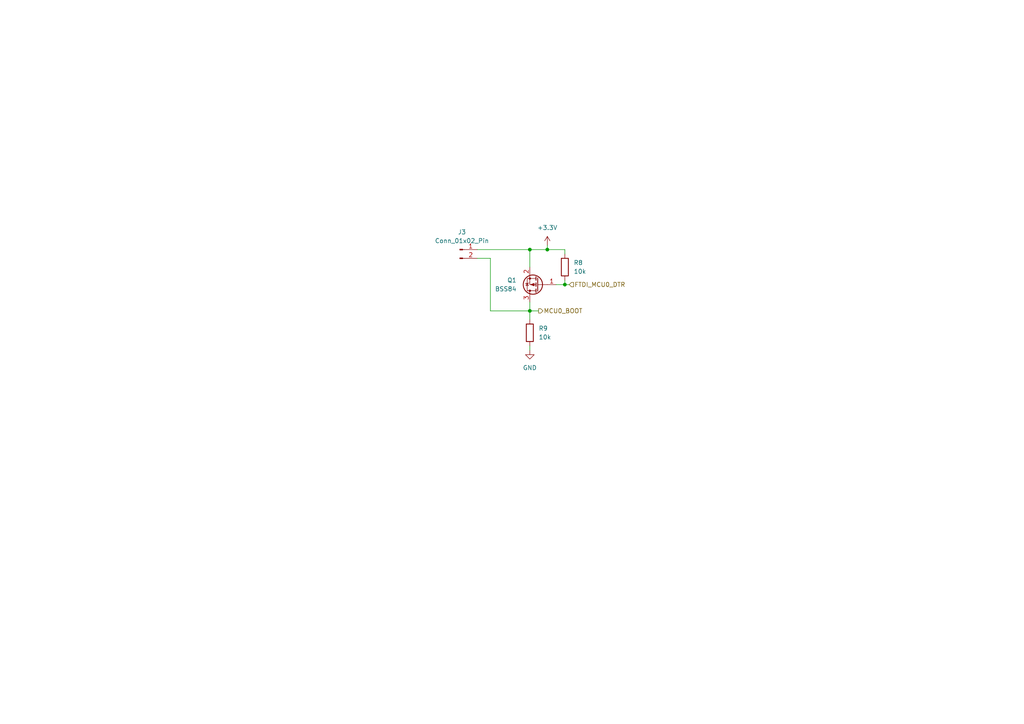
<source format=kicad_sch>
(kicad_sch (version 20230121) (generator eeschema)
  (paper "A4")
  (title_block (title "MCU0 external boot activation") (date "2023-12-29") (rev "V1.0") (company "Valais Wallis Racing Team") (comment 1 "Bétrisey Mattia"))
  (lib_symbols
    (symbol "Connector:Conn_01x02_Pin" (pin_names (offset 1.016) hide)
      (property "Reference" "J" (at 0 2.54 0))
      (property "Value" "Conn_01x02_Pin" (at 0 -5.08 0))
      (symbol "Conn_01x02_Pin_1_1"
        (polyline (pts (xy 1.27 -2.54) (xy 0.8636 -2.54)) (stroke (width 0.1524)))
        (polyline (pts (xy 1.27 0) (xy 0.8636 0)) (stroke (width 0.1524)))
        (rectangle (start 0.8636 -2.413) (end 0 -2.667) (stroke (width 0.1524)) (fill (type outline)))
        (rectangle (start 0.8636 0.127) (end 0 -0.127) (stroke (width 0.1524)) (fill (type outline)))
        (pin passive line (at 5.08 0 180) (length 3.81) (name "Pin_1") (number "1"))
        (pin passive line (at 5.08 -2.54 180) (length 3.81) (name "Pin_2") (number "2"))
      )
    )
    (symbol "Device:R" (pin_numbers hide) (pin_names (offset 0))
      (property "Reference" "R" (at 2.032 0 90))
      (property "Value" "R" (at 0 0 90))
      (symbol "R_0_1"
        (rectangle (start -1.016 -2.54) (end 1.016 2.54) (stroke (width 0.254)))
      )
      (symbol "R_1_1"
        (pin passive line (at 0 3.81 270) (length 1.27) (name "~") (number "1"))
        (pin passive line (at 0 -3.81 90) (length 1.27) (name "~") (number "2"))
      )
    )
    (symbol "Transistor_FET:BSS84" (pin_names hide)
      (property "Reference" "Q" (at 5.08 1.905 0))
      (property "Value" "BSS84" (at 5.08 0 0))
      (symbol "BSS84_0_1"
        (polyline (pts (xy 0.254 0) (xy -2.54 0)))
        (polyline (pts (xy 0.254 1.905) (xy 0.254 -1.905)) (stroke (width 0.254)))
        (polyline (pts (xy 0.762 -1.27) (xy 0.762 -2.286)) (stroke (width 0.254)))
        (polyline (pts (xy 0.762 0.508) (xy 0.762 -0.508)) (stroke (width 0.254)))
        (polyline (pts (xy 0.762 2.286) (xy 0.762 1.27)) (stroke (width 0.254)))
        (polyline (pts (xy 2.54 2.54) (xy 2.54 1.778)))
        (polyline (pts (xy 2.54 -2.54) (xy 2.54 0) (xy 0.762 0)))
        (polyline (pts (xy 0.762 1.778) (xy 3.302 1.778) (xy 3.302 -1.778) (xy 0.762 -1.778)))
        (polyline (pts (xy 2.286 0) (xy 1.27 0.381) (xy 1.27 -0.381) (xy 2.286 0)) (fill (type outline)))
        (polyline (pts (xy 2.794 -0.508) (xy 2.921 -0.381) (xy 3.683 -0.381) (xy 3.81 -0.254)))
        (polyline (pts (xy 3.302 -0.381) (xy 2.921 0.254) (xy 3.683 0.254) (xy 3.302 -0.381)))
        (circle (center 1.651 0) (radius 2.794) (stroke (width 0.254)))
        (circle (center 2.54 -1.778) (radius 0.254) (fill (type outline)))
        (circle (center 2.54 1.778) (radius 0.254) (fill (type outline)))
      )
      (symbol "BSS84_1_1"
        (pin input line (at -5.08 0 0) (length 2.54) (name "G") (number "1"))
        (pin passive line (at 2.54 -5.08 90) (length 2.54) (name "S") (number "2"))
        (pin passive line (at 2.54 5.08 270) (length 2.54) (name "D") (number "3"))
      )
    )
    (symbol "bmsPower_Symbols:+3V3_0" (power) (in_bom no) (on_board no)
      (property "Value" "+3V3_0" (at 0 3.302 0))
      (symbol "+3V3_0_0_1"
        (polyline (pts (xy -0.762 1.27) (xy 0 2.54)))
        (polyline (pts (xy 0 0) (xy 0 2.54)))
        (polyline (pts (xy 0 2.54) (xy 0.762 1.27)))
      )
      (symbol "+3V3_0_1_1"
        (pin power_in line (at 0 0 90) (length 0) hide (name "+3.3V") (number "1"))
      )
    )
    (symbol "bmsPower_Symbols:GND_0" (power) (in_bom no) (on_board no)
      (property "Value" "GND_0" (at 0 -4.064 0))
      (symbol "GND_0_0_1"
        (polyline (pts (xy 0 0) (xy 0 -1.27) (xy 1.27 -1.27) (xy 0 -2.54) (xy -1.27 -1.27) (xy 0 -1.27)))
      )
      (symbol "GND_0_1_1"
        (pin power_in line (at 0 0 270) (length 0) hide (name "GND") (number "1"))
      )
    )
  )
  (junction (at 153.67 72.39))
  (junction (at 158.75 72.39))
  (junction (at 153.67 90.17))
  (junction (at 163.83 82.55))
  (wire (pts (xy 163.83 72.39) (xy 163.83 73.66)))
  (wire (pts (xy 153.67 72.39) (xy 153.67 77.47)))
  (wire (pts (xy 142.24 90.17) (xy 153.67 90.17)))
  (wire (pts (xy 153.67 90.17) (xy 156.21 90.17)))
  (wire (pts (xy 153.67 72.39) (xy 158.75 72.39)))
  (wire (pts (xy 153.67 100.33) (xy 153.67 101.6)))
  (wire (pts (xy 153.67 87.63) (xy 153.67 90.17)))
  (wire (pts (xy 158.75 72.39) (xy 163.83 72.39)))
  (wire (pts (xy 158.75 71.12) (xy 158.75 72.39)))
  (wire (pts (xy 138.43 72.39) (xy 153.67 72.39)))
  (wire (pts (xy 138.43 74.93) (xy 142.24 74.93)))
  (wire (pts (xy 163.83 82.55) (xy 165.1 82.55)))
  (wire (pts (xy 153.67 90.17) (xy 153.67 92.71)))
  (wire (pts (xy 163.83 81.28) (xy 163.83 82.55)))
  (wire (pts (xy 142.24 74.93) (xy 142.24 90.17)))
  (wire (pts (xy 161.29 82.55) (xy 163.83 82.55)))
  (hierarchical_label "FTDI_MCU0_DTR" (shape input) (at 165.1 82.55 0))
  (hierarchical_label "MCU0_BOOT" (shape output) (at 156.21 90.17 0))
  (symbol (lib_id "bmsPower_Symbols:+3V3_0") (at 158.75 71.12 0) (unit 1) (in_bom no) (on_board no)
    (property "Reference" "#PWR024" (effects hide))
    (property "Value" "+3V3_0" (at 158.75 66.04 0))
  )
  (symbol (lib_id "Device:R") (at 153.67 96.52 0) (unit 1)
    (property "Reference" "R9" (at 156.21 95.25 0) (effects (justify left)))
    (property "Value" "10k" (at 156.21 97.79 0) (effects (justify left)))
    (property "Footprint" "Resistor_SMD:R_0603_1608Metric" (effects hide))
  )
  (symbol (lib_id "Connector:Conn_01x02_Pin") (at 133.35 72.39 0) (unit 1)
    (property "Reference" "J3" (at 133.985 67.31 0))
    (property "Value" "Conn_01x02_Pin" (at 133.985 69.85 0))
    (property "Footprint" "Connector_PinHeader_2.54mm:PinHeader_1x02_P2.54mm_Vertical" (effects hide))
  )
  (symbol (lib_id "Transistor_FET:BSS84") (at 156.21 82.55 180) (unit 1)
    (property "Reference" "Q1" (at 149.86 81.28 0) (effects (justify left)))
    (property "Value" "BSS84" (at 149.86 83.82 0) (effects (justify left)))
    (property "Footprint" "Package_TO_SOT_SMD:SOT-23" (effects hide))
    (property "Datasheet" "http://assets.nexperia.com/documents/data-sheet/BSS84.pdf" (effects hide))
  )
  (symbol (lib_id "bmsPower_Symbols:GND_0") (at 153.67 101.6 0) (unit 1) (in_bom no) (on_board no)
    (property "Reference" "#PWR025" (effects hide))
    (property "Value" "GND_0" (at 153.67 106.68 0))
  )
  (symbol (lib_id "Device:R") (at 163.83 77.47 0) (unit 1)
    (property "Reference" "R8" (at 166.37 76.2 0) (effects (justify left)))
    (property "Value" "10k" (at 166.37 78.74 0) (effects (justify left)))
    (property "Footprint" "Resistor_SMD:R_0603_1608Metric" (effects hide))
  )
)
</source>
